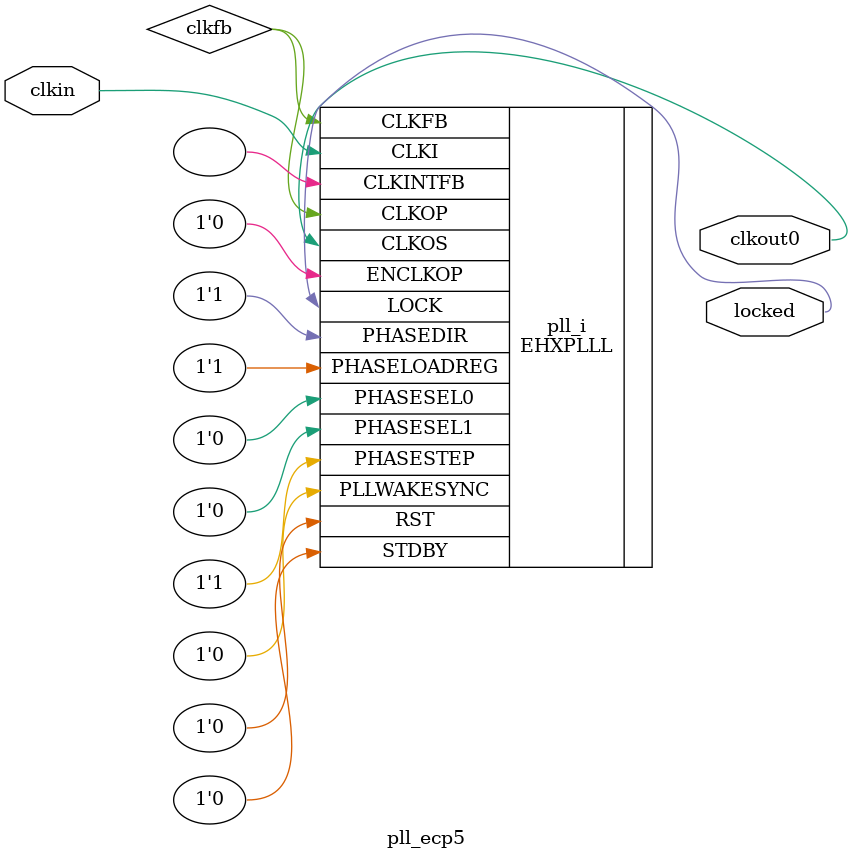
<source format=v>
module pll_ecp5
(
    input clkin, // 50 MHz, 0 deg
    output clkout0, // 48 MHz, 0 deg
    output locked
);
wire clkfb;
(* FREQUENCY_PIN_CLKI="50" *)
(* FREQUENCY_PIN_CLKOS="48" *)
(* ICP_CURRENT="12" *) (* LPF_RESISTOR="8" *) (* MFG_ENABLE_FILTEROPAMP="1" *) (* MFG_GMCREF_SEL="2" *)
EHXPLLL #(
        .PLLRST_ENA("DISABLED"),
        .INTFB_WAKE("DISABLED"),
        .STDBY_ENABLE("DISABLED"),
        .DPHASE_SOURCE("DISABLED"),
        .OUTDIVIDER_MUXA("DIVA"),
        .OUTDIVIDER_MUXB("DIVB"),
        .OUTDIVIDER_MUXC("DIVC"),
        .OUTDIVIDER_MUXD("DIVD"),
        .CLKI_DIV(5),
        .CLKOP_ENABLE("ENABLED"),
        .CLKOP_DIV(48),
        .CLKOP_CPHASE(9),
        .CLKOP_FPHASE(0),
        .CLKOS_ENABLE("ENABLED"),
        .CLKOS_DIV(10),
        .CLKOS_CPHASE(0),
        .CLKOS_FPHASE(0),
        .FEEDBK_PATH("CLKOP"),
        .CLKFB_DIV(1)
    ) pll_i (
        .RST(1'b0),
        .STDBY(1'b0),
        .CLKI(clkin),
        .CLKOP(clkfb),
        .CLKOS(clkout0),
        .CLKFB(clkfb),
        .CLKINTFB(),
        .PHASESEL0(1'b0),
        .PHASESEL1(1'b0),
        .PHASEDIR(1'b1),
        .PHASESTEP(1'b1),
        .PHASELOADREG(1'b1),
        .PLLWAKESYNC(1'b0),
        .ENCLKOP(1'b0),
        .LOCK(locked)
	);
endmodule

</source>
